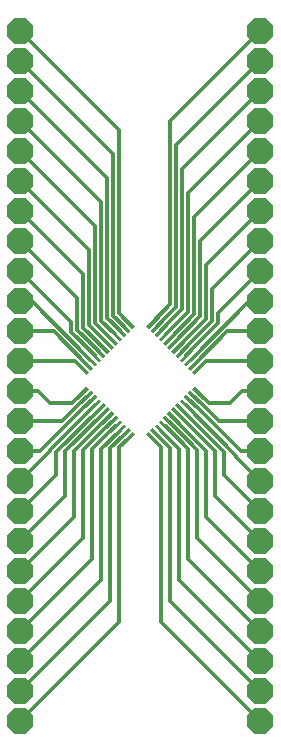
<source format=gbr>
G04 EAGLE Gerber RS-274X export*
G75*
%MOMM*%
%FSLAX34Y34*%
%LPD*%
%INTop Copper*%
%IPPOS*%
%AMOC8*
5,1,8,0,0,1.08239X$1,22.5*%
G01*
%ADD10R,1.350000X0.290000*%
%ADD11P,2.336880X8X22.500000*%
%ADD12C,0.304800*%


D10*
G36*
X186482Y120931D02*
X176937Y111386D01*
X174886Y113437D01*
X184431Y122982D01*
X186482Y120931D01*
G37*
G36*
X190018Y117396D02*
X180473Y107851D01*
X178422Y109902D01*
X187967Y119447D01*
X190018Y117396D01*
G37*
G36*
X193553Y113860D02*
X184008Y104315D01*
X181957Y106366D01*
X191502Y115911D01*
X193553Y113860D01*
G37*
G36*
X197089Y110325D02*
X187544Y100780D01*
X185493Y102831D01*
X195038Y112376D01*
X197089Y110325D01*
G37*
G36*
X200624Y106789D02*
X191079Y97244D01*
X189028Y99295D01*
X198573Y108840D01*
X200624Y106789D01*
G37*
G36*
X204160Y103254D02*
X194615Y93709D01*
X192564Y95760D01*
X202109Y105305D01*
X204160Y103254D01*
G37*
G36*
X182947Y124467D02*
X173402Y114922D01*
X171351Y116973D01*
X180896Y126518D01*
X182947Y124467D01*
G37*
G36*
X179411Y128002D02*
X169866Y118457D01*
X167815Y120508D01*
X177360Y130053D01*
X179411Y128002D01*
G37*
G36*
X175876Y131538D02*
X166331Y121993D01*
X164280Y124044D01*
X173825Y133589D01*
X175876Y131538D01*
G37*
G36*
X172340Y135073D02*
X162795Y125528D01*
X160744Y127579D01*
X170289Y137124D01*
X172340Y135073D01*
G37*
G36*
X168805Y138609D02*
X159260Y129064D01*
X157209Y131115D01*
X166754Y140660D01*
X168805Y138609D01*
G37*
G36*
X207695Y99718D02*
X198150Y90173D01*
X196099Y92224D01*
X205644Y101769D01*
X207695Y99718D01*
G37*
G36*
X126378Y60827D02*
X116833Y51282D01*
X114782Y53333D01*
X124327Y62878D01*
X126378Y60827D01*
G37*
G36*
X122843Y64363D02*
X113298Y54818D01*
X111247Y56869D01*
X120792Y66414D01*
X122843Y64363D01*
G37*
G36*
X119307Y67898D02*
X109762Y58353D01*
X107711Y60404D01*
X117256Y69949D01*
X119307Y67898D01*
G37*
G36*
X115772Y71434D02*
X106227Y61889D01*
X104176Y63940D01*
X113721Y73485D01*
X115772Y71434D01*
G37*
G36*
X108701Y78505D02*
X99156Y68960D01*
X97105Y71011D01*
X106650Y80556D01*
X108701Y78505D01*
G37*
G36*
X112236Y74969D02*
X102691Y65424D01*
X100640Y67475D01*
X110185Y77020D01*
X112236Y74969D01*
G37*
G36*
X129914Y57292D02*
X120369Y47747D01*
X118318Y49798D01*
X127863Y59343D01*
X129914Y57292D01*
G37*
G36*
X133449Y53756D02*
X123904Y44211D01*
X121853Y46262D01*
X131398Y55807D01*
X133449Y53756D01*
G37*
G36*
X136985Y50221D02*
X127440Y40676D01*
X125389Y42727D01*
X134934Y52272D01*
X136985Y50221D01*
G37*
G36*
X140520Y46685D02*
X130975Y37140D01*
X128924Y39191D01*
X138469Y48736D01*
X140520Y46685D01*
G37*
G36*
X144056Y43150D02*
X134511Y33605D01*
X132460Y35656D01*
X142005Y45201D01*
X144056Y43150D01*
G37*
G36*
X147591Y39614D02*
X138046Y30069D01*
X135995Y32120D01*
X145540Y41665D01*
X147591Y39614D01*
G37*
G36*
X187967Y51282D02*
X178422Y60827D01*
X180473Y62878D01*
X190018Y53333D01*
X187967Y51282D01*
G37*
G36*
X191502Y54818D02*
X181957Y64363D01*
X184008Y66414D01*
X193553Y56869D01*
X191502Y54818D01*
G37*
G36*
X195038Y58353D02*
X185493Y67898D01*
X187544Y69949D01*
X197089Y60404D01*
X195038Y58353D01*
G37*
G36*
X198573Y61889D02*
X189028Y71434D01*
X191079Y73485D01*
X200624Y63940D01*
X198573Y61889D01*
G37*
G36*
X202109Y65424D02*
X192564Y74969D01*
X194615Y77020D01*
X204160Y67475D01*
X202109Y65424D01*
G37*
G36*
X205644Y68960D02*
X196099Y78505D01*
X198150Y80556D01*
X207695Y71011D01*
X205644Y68960D01*
G37*
G36*
X184431Y47747D02*
X174886Y57292D01*
X176937Y59343D01*
X186482Y49798D01*
X184431Y47747D01*
G37*
G36*
X180896Y44211D02*
X171351Y53756D01*
X173402Y55807D01*
X182947Y46262D01*
X180896Y44211D01*
G37*
G36*
X177360Y40676D02*
X167815Y50221D01*
X169866Y52272D01*
X179411Y42727D01*
X177360Y40676D01*
G37*
G36*
X173825Y37140D02*
X164280Y46685D01*
X166331Y48736D01*
X175876Y39191D01*
X173825Y37140D01*
G37*
G36*
X170289Y33605D02*
X160744Y43150D01*
X162795Y45201D01*
X172340Y35656D01*
X170289Y33605D01*
G37*
G36*
X166754Y30069D02*
X157209Y39614D01*
X159260Y41665D01*
X168805Y32120D01*
X166754Y30069D01*
G37*
G36*
X145540Y129064D02*
X135995Y138609D01*
X138046Y140660D01*
X147591Y131115D01*
X145540Y129064D01*
G37*
G36*
X142005Y125528D02*
X132460Y135073D01*
X134511Y137124D01*
X144056Y127579D01*
X142005Y125528D01*
G37*
G36*
X138469Y121993D02*
X128924Y131538D01*
X130975Y133589D01*
X140520Y124044D01*
X138469Y121993D01*
G37*
G36*
X134934Y118457D02*
X125389Y128002D01*
X127440Y130053D01*
X136985Y120508D01*
X134934Y118457D01*
G37*
G36*
X131398Y114922D02*
X121853Y124467D01*
X123904Y126518D01*
X133449Y116973D01*
X131398Y114922D01*
G37*
G36*
X127863Y111386D02*
X118318Y120931D01*
X120369Y122982D01*
X129914Y113437D01*
X127863Y111386D01*
G37*
G36*
X120792Y104315D02*
X111247Y113860D01*
X113298Y115911D01*
X122843Y106366D01*
X120792Y104315D01*
G37*
G36*
X124327Y107851D02*
X114782Y117396D01*
X116833Y119447D01*
X126378Y109902D01*
X124327Y107851D01*
G37*
G36*
X117256Y100780D02*
X107711Y110325D01*
X109762Y112376D01*
X119307Y102831D01*
X117256Y100780D01*
G37*
G36*
X113721Y97244D02*
X104176Y106789D01*
X106227Y108840D01*
X115772Y99295D01*
X113721Y97244D01*
G37*
G36*
X110185Y93709D02*
X100640Y103254D01*
X102691Y105305D01*
X112236Y95760D01*
X110185Y93709D01*
G37*
G36*
X106650Y90173D02*
X97105Y99718D01*
X99156Y101769D01*
X108701Y92224D01*
X106650Y90173D01*
G37*
D11*
X254000Y50800D03*
X254000Y76200D03*
X254000Y101600D03*
X254000Y127000D03*
X254000Y152400D03*
X254000Y177800D03*
X254000Y203200D03*
X254000Y228600D03*
X254000Y254000D03*
X254000Y279400D03*
X254000Y304800D03*
X254000Y330200D03*
X254000Y355600D03*
X254000Y381000D03*
X254000Y25400D03*
X254000Y0D03*
X254000Y-25400D03*
X254000Y-50800D03*
X254000Y-76200D03*
X254000Y-101600D03*
X254000Y-127000D03*
X254000Y-152400D03*
X254000Y-177800D03*
X254000Y-203200D03*
X50800Y101600D03*
X50800Y127000D03*
X50800Y152400D03*
X50800Y177800D03*
X50800Y203200D03*
X50800Y228600D03*
X50800Y254000D03*
X50800Y279400D03*
X50800Y304800D03*
X50800Y330200D03*
X50800Y355600D03*
X50800Y381000D03*
X50800Y76200D03*
X50800Y50800D03*
X50800Y25400D03*
X50800Y0D03*
X50800Y-25400D03*
X50800Y-50800D03*
X50800Y-76200D03*
X50800Y-101600D03*
X50800Y-127000D03*
X50800Y-152400D03*
X50800Y-177800D03*
X50800Y-203200D03*
D12*
X134620Y-119380D01*
X134620Y28694D02*
X141793Y35867D01*
X134620Y28694D02*
X134620Y-119380D01*
X127000Y-101600D02*
X50800Y-177800D01*
X127000Y28145D02*
X138258Y39403D01*
X127000Y28145D02*
X127000Y-101600D01*
X119380Y-83820D02*
X50800Y-152400D01*
X119380Y27596D02*
X134722Y42938D01*
X119380Y27596D02*
X119380Y-83820D01*
X111760Y-66040D02*
X50800Y-127000D01*
X111760Y27047D02*
X131187Y46474D01*
X111760Y27047D02*
X111760Y-66040D01*
X104140Y-48260D02*
X50800Y-101600D01*
X104140Y26498D02*
X127651Y50009D01*
X104140Y26498D02*
X104140Y-48260D01*
X96520Y-30480D02*
X50800Y-76200D01*
X96520Y25949D02*
X124116Y53545D01*
X96520Y25949D02*
X96520Y-30480D01*
X88900Y-12700D02*
X50800Y-50800D01*
X88900Y25400D02*
X120580Y57080D01*
X88900Y25400D02*
X88900Y-12700D01*
X81280Y5080D02*
X50800Y-25400D01*
X81280Y24851D02*
X117045Y60616D01*
X81280Y24851D02*
X81280Y5080D01*
X76200Y25400D02*
X50800Y0D01*
X76200Y25400D02*
X76200Y26842D01*
X113509Y64151D01*
X67687Y25400D02*
X50800Y25400D01*
X67687Y25400D02*
X109974Y67687D01*
X86016Y50800D02*
X50800Y50800D01*
X86016Y50800D02*
X106438Y71222D01*
X66040Y76200D02*
X50800Y76200D01*
X66040Y76200D02*
X76200Y66040D01*
X94185Y66040D01*
X102903Y74758D01*
X102903Y95971D02*
X97274Y101600D01*
X50800Y101600D01*
X50800Y127000D02*
X78945Y127000D01*
X106438Y99507D01*
X60616Y152400D02*
X50800Y152400D01*
X60616Y152400D02*
X109974Y103042D01*
X93980Y134620D02*
X50800Y177800D01*
X93980Y126107D02*
X113509Y106578D01*
X93980Y126107D02*
X93980Y134620D01*
X99060Y154940D02*
X50800Y203200D01*
X99060Y128098D02*
X117045Y110113D01*
X99060Y128098D02*
X99060Y154940D01*
X104140Y130089D02*
X120580Y113649D01*
X104140Y175260D02*
X50800Y228600D01*
X104140Y175260D02*
X104140Y130089D01*
X109220Y195580D02*
X50800Y254000D01*
X109220Y132080D02*
X124116Y117184D01*
X109220Y132080D02*
X109220Y195580D01*
X114300Y215900D02*
X50800Y279400D01*
X114300Y134071D02*
X127651Y120720D01*
X114300Y134071D02*
X114300Y215900D01*
X119380Y236220D02*
X50800Y304800D01*
X119380Y136062D02*
X131187Y124255D01*
X119380Y136062D02*
X119380Y236220D01*
X124460Y256540D02*
X50800Y330200D01*
X124460Y138053D02*
X134722Y127791D01*
X124460Y138053D02*
X124460Y256540D01*
X129540Y276860D02*
X50800Y355600D01*
X129540Y140044D02*
X138258Y131326D01*
X129540Y140044D02*
X129540Y276860D01*
X134620Y297180D02*
X50800Y381000D01*
X134620Y142035D02*
X141793Y134862D01*
X134620Y142035D02*
X134620Y297180D01*
X170180Y-119380D02*
X254000Y-203200D01*
X170180Y28694D02*
X163007Y35867D01*
X170180Y28694D02*
X170180Y-119380D01*
X177800Y-101600D02*
X254000Y-177800D01*
X177800Y28145D02*
X166542Y39403D01*
X177800Y28145D02*
X177800Y-101600D01*
X185420Y-83820D02*
X254000Y-152400D01*
X185420Y27596D02*
X170078Y42938D01*
X185420Y27596D02*
X185420Y-83820D01*
X193040Y-66040D02*
X254000Y-127000D01*
X193040Y27047D02*
X173613Y46474D01*
X193040Y27047D02*
X193040Y-66040D01*
X200660Y-48260D02*
X254000Y-101600D01*
X200660Y26498D02*
X177149Y50009D01*
X200660Y26498D02*
X200660Y-48260D01*
X208280Y-30480D02*
X254000Y-76200D01*
X208280Y-30480D02*
X208280Y25400D01*
X180684Y52996D01*
X180684Y53545D01*
X215900Y-12700D02*
X254000Y-50800D01*
X215900Y25400D02*
X184220Y57080D01*
X215900Y25400D02*
X215900Y-12700D01*
X223520Y5080D02*
X254000Y-25400D01*
X223520Y24851D02*
X187755Y60616D01*
X223520Y24851D02*
X223520Y5080D01*
X233680Y20320D02*
X254000Y0D01*
X233680Y20320D02*
X233680Y21762D01*
X191291Y64151D01*
X237113Y25400D02*
X254000Y25400D01*
X237113Y25400D02*
X194826Y67687D01*
X218784Y50800D02*
X254000Y50800D01*
X218784Y50800D02*
X198362Y71222D01*
X238760Y76200D02*
X254000Y76200D01*
X238760Y76200D02*
X228600Y66040D01*
X210615Y66040D02*
X201897Y74758D01*
X210615Y66040D02*
X228600Y66040D01*
X207526Y101600D02*
X254000Y101600D01*
X207526Y101600D02*
X201897Y95971D01*
X225855Y127000D02*
X254000Y127000D01*
X225855Y127000D02*
X198362Y99507D01*
X244184Y152400D02*
X254000Y152400D01*
X244184Y152400D02*
X194826Y103042D01*
X218440Y142240D02*
X254000Y177800D01*
X218440Y133727D02*
X191291Y106578D01*
X218440Y133727D02*
X218440Y142240D01*
X213360Y162560D02*
X254000Y203200D01*
X213360Y135718D02*
X187755Y110113D01*
X213360Y135718D02*
X213360Y162560D01*
X208280Y182880D02*
X254000Y228600D01*
X208280Y137709D02*
X184220Y113649D01*
X208280Y137709D02*
X208280Y182880D01*
X203200Y203200D02*
X254000Y254000D01*
X203200Y139700D02*
X180684Y117184D01*
X203200Y139700D02*
X203200Y203200D01*
X198120Y223520D02*
X254000Y279400D01*
X198120Y141691D02*
X177149Y120720D01*
X198120Y141691D02*
X198120Y223520D01*
X193040Y243840D02*
X254000Y304800D01*
X193040Y143682D02*
X173613Y124255D01*
X193040Y143682D02*
X193040Y243840D01*
X187960Y264160D02*
X254000Y330200D01*
X187960Y145673D02*
X170078Y127791D01*
X187960Y145673D02*
X187960Y264160D01*
X182880Y284480D02*
X254000Y355600D01*
X182880Y147664D02*
X166542Y131326D01*
X182880Y147664D02*
X182880Y284480D01*
X177800Y304800D02*
X254000Y381000D01*
X177800Y149655D02*
X163007Y134862D01*
X177800Y149655D02*
X177800Y304800D01*
M02*

</source>
